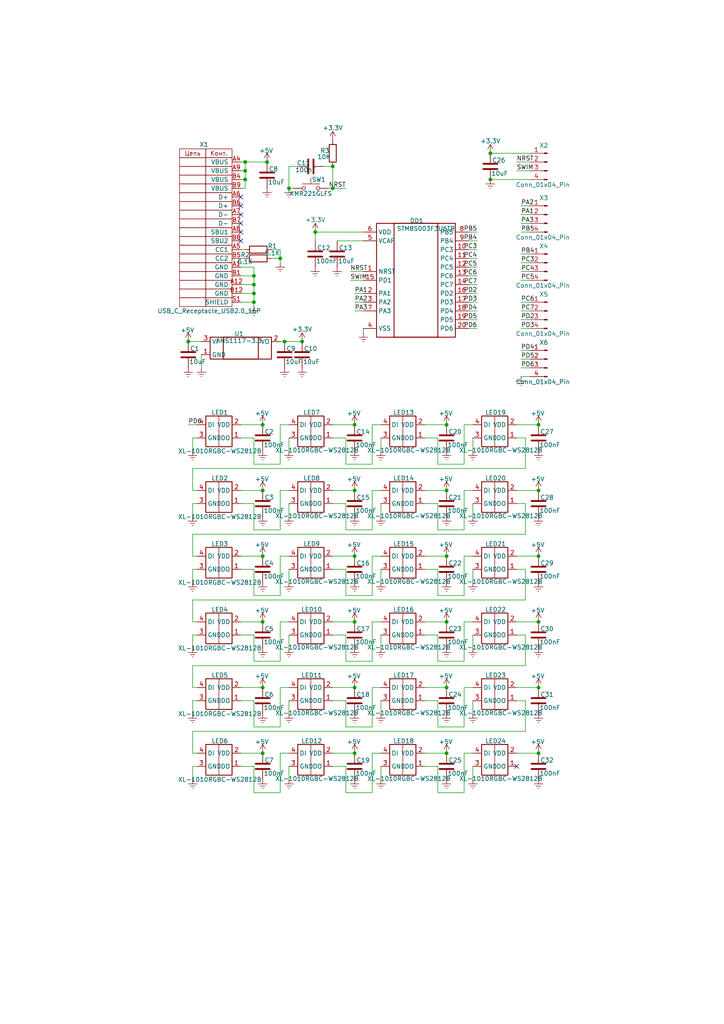
<source format=kicad_sch>
(kicad_sch (version 20250114) (generator "eeschema") (generator_version "9.0")
  (paper "A4" portrait)
  (junction (at 76.2 123.19))
  (junction (at 142.24 52.07))
  (junction (at 82.55 99.06))
  (junction (at 129.54 180.34))
  (junction (at 96.52 48.26))
  (junction (at 81.28 74.93))
  (junction (at 156.21 218.44))
  (junction (at 91.44 67.31))
  (junction (at 129.54 161.29))
  (junction (at 156.21 161.29))
  (junction (at 156.21 123.19))
  (junction (at 87.63 99.06))
  (junction (at 73.66 85.09))
  (junction (at 156.21 142.24))
  (junction (at 73.66 87.63))
  (junction (at 129.54 199.39))
  (junction (at 102.87 142.24))
  (junction (at 102.87 161.29))
  (junction (at 76.2 180.34))
  (junction (at 71.12 46.99))
  (junction (at 76.2 161.29))
  (junction (at 83.82 54.61))
  (junction (at 129.54 123.19))
  (junction (at 76.2 199.39))
  (junction (at 129.54 218.44))
  (junction (at 71.12 52.07))
  (junction (at 129.54 142.24))
  (junction (at 73.66 82.55))
  (junction (at 76.2 142.24))
  (junction (at 77.47 46.99))
  (junction (at 54.61 99.06))
  (junction (at 156.21 180.34))
  (junction (at 71.12 49.53))
  (junction (at 76.2 218.44))
  (junction (at 102.87 218.44))
  (junction (at 156.21 199.39))
  (junction (at 102.87 199.39))
  (junction (at 102.87 180.34))
  (junction (at 96.52 54.61))
  (junction (at 102.87 123.19))
  (junction (at 142.24 44.45))
  (junction (at 73.66 80.01))
  (no_connect (at 69.85 57.15))
  (no_connect (at 69.85 62.23))
  (no_connect (at 149.86 222.25))
  (no_connect (at 69.85 67.31))
  (no_connect (at 69.85 64.77))
  (no_connect (at 69.85 69.85))
  (no_connect (at 69.85 59.69))
  (wire (pts (xy 81.28 161.29) (xy 83.82 161.29)))
  (wire (pts (xy 55.88 226.06) (xy 55.88 222.25)))
  (wire (pts (xy 134.62 161.29) (xy 137.16 161.29)))
  (wire (pts (xy 134.62 210.82) (xy 134.62 199.39)))
  (wire (pts (xy 55.88 218.44) (xy 57.15 218.44)))
  (wire (pts (xy 107.95 153.67) (xy 107.95 142.24)))
  (wire (pts (xy 137.16 130.81) (xy 137.16 127)))
  (wire (pts (xy 123.19 184.15) (xy 127 184.15)))
  (wire (pts (xy 71.12 46.99) (xy 77.47 46.99)))
  (wire (pts (xy 138.43 77.47) (xy 135.89 77.47)))
  (wire (pts (xy 137.16 207.01) (xy 137.16 203.2)))
  (wire (pts (xy 69.85 165.1) (xy 73.66 165.1)))
  (wire (pts (xy 55.88 207.01) (xy 55.88 203.2)))
  (wire (pts (xy 96.52 146.05) (xy 100.33 146.05)))
  (wire (pts (xy 91.44 67.31) (xy 105.41 67.31)))
  (wire (pts (xy 149.86 180.34) (xy 156.21 180.34)))
  (wire (pts (xy 69.85 146.05) (xy 73.66 146.05)))
  (wire (pts (xy 55.88 154.94) (xy 55.88 161.29)))
  (wire (pts (xy 127 172.72) (xy 134.62 172.72)))
  (wire (pts (xy 134.62 134.62) (xy 134.62 123.19)))
  (wire (pts (xy 55.88 199.39) (xy 57.15 199.39)))
  (wire (pts (xy 55.88 187.96) (xy 55.88 184.15)))
  (wire (pts (xy 69.85 222.25) (xy 73.66 222.25)))
  (wire (pts (xy 55.88 142.24) (xy 57.15 142.24)))
  (wire (pts (xy 151.13 101.6) (xy 153.67 101.6)))
  (wire (pts (xy 138.43 82.55) (xy 135.89 82.55)))
  (wire (pts (xy 123.19 199.39) (xy 129.54 199.39)))
  (wire (pts (xy 55.88 180.34) (xy 57.15 180.34)))
  (wire (pts (xy 81.28 199.39) (xy 83.82 199.39)))
  (wire (pts (xy 100.33 229.87) (xy 107.95 229.87)))
  (wire (pts (xy 107.95 180.34) (xy 110.49 180.34)))
  (wire (pts (xy 83.82 54.61) (xy 85.09 54.61)))
  (wire (pts (xy 142.24 52.07) (xy 153.67 52.07)))
  (wire (pts (xy 81.28 76.2) (xy 81.28 74.93)))
  (wire (pts (xy 96.52 203.2) (xy 100.33 203.2)))
  (wire (pts (xy 127 184.15) (xy 127 191.77)))
  (wire (pts (xy 127 191.77) (xy 134.62 191.77)))
  (wire (pts (xy 100.33 203.2) (xy 100.33 210.82)))
  (wire (pts (xy 107.95 191.77) (xy 107.95 180.34)))
  (wire (pts (xy 107.95 134.62) (xy 107.95 123.19)))
  (wire (pts (xy 55.88 212.09) (xy 55.88 218.44)))
  (wire (pts (xy 137.16 187.96) (xy 137.16 184.15)))
  (wire (pts (xy 138.43 92.71) (xy 135.89 92.71)))
  (wire (pts (xy 151.13 90.17) (xy 153.67 90.17)))
  (wire (pts (xy 81.28 72.39) (xy 78.74 72.39)))
  (wire (pts (xy 73.66 85.09) (xy 73.66 87.63)))
  (wire (pts (xy 55.88 184.15) (xy 57.15 184.15)))
  (wire (pts (xy 81.28 142.24) (xy 83.82 142.24)))
  (wire (pts (xy 134.62 123.19) (xy 137.16 123.19)))
  (wire (pts (xy 127 127) (xy 127 134.62)))
  (wire (pts (xy 81.28 191.77) (xy 81.28 180.34)))
  (wire (pts (xy 151.13 73.66) (xy 153.67 73.66)))
  (wire (pts (xy 152.4 165.1) (xy 152.4 173.99)))
  (wire (pts (xy 73.66 172.72) (xy 81.28 172.72)))
  (wire (pts (xy 135.89 95.25) (xy 138.43 95.25)))
  (wire (pts (xy 151.13 62.23) (xy 153.67 62.23)))
  (wire (pts (xy 96.52 184.15) (xy 100.33 184.15)))
  (wire (pts (xy 138.43 69.85) (xy 135.89 69.85)))
  (wire (pts (xy 73.66 80.01) (xy 73.66 82.55)))
  (wire (pts (xy 153.67 106.68) (xy 151.13 106.68)))
  (wire (pts (xy 102.87 85.09) (xy 105.41 85.09)))
  (wire (pts (xy 151.13 76.2) (xy 153.67 76.2)))
  (wire (pts (xy 55.88 168.91) (xy 55.88 165.1)))
  (wire (pts (xy 96.52 123.19) (xy 102.87 123.19)))
  (wire (pts (xy 138.43 67.31) (xy 135.89 67.31)))
  (wire (pts (xy 91.44 67.31) (xy 91.44 69.85)))
  (wire (pts (xy 54.61 99.06) (xy 58.42 99.06)))
  (wire (pts (xy 110.49 168.91) (xy 110.49 165.1)))
  (wire (pts (xy 96.52 127) (xy 100.33 127)))
  (wire (pts (xy 134.62 180.34) (xy 137.16 180.34)))
  (wire (pts (xy 107.95 123.19) (xy 110.49 123.19)))
  (wire (pts (xy 69.85 49.53) (xy 71.12 49.53)))
  (wire (pts (xy 81.28 123.19) (xy 83.82 123.19)))
  (wire (pts (xy 96.52 54.61) (xy 95.25 54.61)))
  (wire (pts (xy 55.88 127) (xy 57.15 127)))
  (wire (pts (xy 151.13 64.77) (xy 153.67 64.77)))
  (wire (pts (xy 152.4 127) (xy 152.4 135.89)))
  (wire (pts (xy 149.86 218.44) (xy 156.21 218.44)))
  (wire (pts (xy 123.19 218.44) (xy 129.54 218.44)))
  (wire (pts (xy 152.4 146.05) (xy 152.4 154.94)))
  (wire (pts (xy 138.43 87.63) (xy 135.89 87.63)))
  (wire (pts (xy 123.19 165.1) (xy 127 165.1)))
  (wire (pts (xy 110.49 187.96) (xy 110.49 184.15)))
  (wire (pts (xy 73.66 146.05) (xy 73.66 153.67)))
  (wire (pts (xy 81.28 229.87) (xy 81.28 218.44)))
  (wire (pts (xy 82.55 99.06) (xy 87.63 99.06)))
  (wire (pts (xy 138.43 85.09) (xy 135.89 85.09)))
  (wire (pts (xy 134.62 172.72) (xy 134.62 161.29)))
  (wire (pts (xy 73.66 153.67) (xy 81.28 153.67)))
  (wire (pts (xy 137.16 149.86) (xy 137.16 146.05)))
  (wire (pts (xy 151.13 109.22) (xy 153.67 109.22)))
  (wire (pts (xy 127 203.2) (xy 127 210.82)))
  (wire (pts (xy 152.4 184.15) (xy 152.4 193.04)))
  (wire (pts (xy 100.33 54.61) (xy 96.52 54.61)))
  (wire (pts (xy 149.86 142.24) (xy 156.21 142.24)))
  (wire (pts (xy 127 165.1) (xy 127 172.72)))
  (wire (pts (xy 81.28 180.34) (xy 83.82 180.34)))
  (wire (pts (xy 83.82 187.96) (xy 83.82 184.15)))
  (wire (pts (xy 69.85 80.01) (xy 73.66 80.01)))
  (wire (pts (xy 83.82 207.01) (xy 83.82 203.2)))
  (wire (pts (xy 123.19 161.29) (xy 129.54 161.29)))
  (wire (pts (xy 149.86 161.29) (xy 156.21 161.29)))
  (wire (pts (xy 152.4 173.99) (xy 55.88 173.99)))
  (wire (pts (xy 123.19 142.24) (xy 129.54 142.24)))
  (wire (pts (xy 55.88 173.99) (xy 55.88 180.34)))
  (wire (pts (xy 152.4 135.89) (xy 55.88 135.89)))
  (wire (pts (xy 134.62 199.39) (xy 137.16 199.39)))
  (wire (pts (xy 69.85 82.55) (xy 73.66 82.55)))
  (wire (pts (xy 69.85 52.07) (xy 71.12 52.07)))
  (wire (pts (xy 100.33 191.77) (xy 107.95 191.77)))
  (wire (pts (xy 69.85 85.09) (xy 73.66 85.09)))
  (wire (pts (xy 69.85 87.63) (xy 73.66 87.63)))
  (wire (pts (xy 151.13 59.69) (xy 153.67 59.69)))
  (wire (pts (xy 97.79 69.85) (xy 105.41 69.85)))
  (wire (pts (xy 137.16 226.06) (xy 137.16 222.25)))
  (wire (pts (xy 123.19 123.19) (xy 129.54 123.19)))
  (wire (pts (xy 105.41 96.52) (xy 105.41 95.25)))
  (wire (pts (xy 96.52 180.34) (xy 102.87 180.34)))
  (wire (pts (xy 93.98 48.26) (xy 96.52 48.26)))
  (wire (pts (xy 110.49 207.01) (xy 110.49 203.2)))
  (wire (pts (xy 110.49 130.81) (xy 110.49 127)))
  (wire (pts (xy 138.43 90.17) (xy 135.89 90.17)))
  (wire (pts (xy 96.52 165.1) (xy 100.33 165.1)))
  (wire (pts (xy 102.87 87.63) (xy 105.41 87.63)))
  (wire (pts (xy 138.43 80.01) (xy 135.89 80.01)))
  (wire (pts (xy 110.49 149.86) (xy 110.49 146.05)))
  (wire (pts (xy 100.33 146.05) (xy 100.33 153.67)))
  (wire (pts (xy 123.19 146.05) (xy 127 146.05)))
  (wire (pts (xy 149.86 203.2) (xy 152.4 203.2)))
  (wire (pts (xy 73.66 87.63) (xy 73.66 88.9)))
  (wire (pts (xy 134.62 218.44) (xy 137.16 218.44)))
  (wire (pts (xy 55.88 203.2) (xy 57.15 203.2)))
  (wire (pts (xy 71.12 49.53) (xy 71.12 46.99)))
  (wire (pts (xy 100.33 165.1) (xy 100.33 172.72)))
  (wire (pts (xy 134.62 153.67) (xy 134.62 142.24)))
  (wire (pts (xy 142.24 44.45) (xy 153.67 44.45)))
  (wire (pts (xy 152.4 212.09) (xy 55.88 212.09)))
  (wire (pts (xy 151.13 87.63) (xy 153.67 87.63)))
  (wire (pts (xy 69.85 123.19) (xy 76.2 123.19)))
  (wire (pts (xy 100.33 153.67) (xy 107.95 153.67)))
  (wire (pts (xy 55.88 222.25) (xy 57.15 222.25)))
  (wire (pts (xy 69.85 203.2) (xy 73.66 203.2)))
  (wire (pts (xy 137.16 168.91) (xy 137.16 165.1)))
  (wire (pts (xy 127 153.67) (xy 134.62 153.67)))
  (wire (pts (xy 69.85 161.29) (xy 76.2 161.29)))
  (wire (pts (xy 69.85 180.34) (xy 76.2 180.34)))
  (wire (pts (xy 55.88 146.05) (xy 57.15 146.05)))
  (wire (pts (xy 83.82 226.06) (xy 83.82 222.25)))
  (wire (pts (xy 78.74 74.93) (xy 81.28 74.93)))
  (wire (pts (xy 58.42 102.87) (xy 58.42 106.68)))
  (wire (pts (xy 134.62 191.77) (xy 134.62 180.34)))
  (wire (pts (xy 107.95 172.72) (xy 107.95 161.29)))
  (wire (pts (xy 149.86 146.05) (xy 152.4 146.05)))
  (wire (pts (xy 100.33 210.82) (xy 107.95 210.82)))
  (wire (pts (xy 73.66 127) (xy 73.66 134.62)))
  (wire (pts (xy 73.66 203.2) (xy 73.66 210.82)))
  (wire (pts (xy 73.66 229.87) (xy 81.28 229.87)))
  (wire (pts (xy 69.85 54.61) (xy 71.12 54.61)))
  (wire (pts (xy 151.13 95.25) (xy 153.67 95.25)))
  (wire (pts (xy 55.88 149.86) (xy 55.88 146.05)))
  (wire (pts (xy 81.28 153.67) (xy 81.28 142.24)))
  (wire (pts (xy 100.33 222.25) (xy 100.33 229.87)))
  (wire (pts (xy 55.88 130.81) (xy 55.88 127)))
  (wire (pts (xy 127 146.05) (xy 127 153.67)))
  (wire (pts (xy 123.19 203.2) (xy 127 203.2)))
  (wire (pts (xy 101.6 81.28) (xy 105.41 81.28)))
  (wire (pts (xy 149.86 123.19) (xy 156.21 123.19)))
  (wire (pts (xy 96.52 199.39) (xy 102.87 199.39)))
  (wire (pts (xy 149.86 165.1) (xy 152.4 165.1)))
  (wire (pts (xy 100.33 184.15) (xy 100.33 191.77)))
  (wire (pts (xy 100.33 172.72) (xy 107.95 172.72)))
  (wire (pts (xy 69.85 46.99) (xy 71.12 46.99)))
  (wire (pts (xy 107.95 229.87) (xy 107.95 218.44)))
  (wire (pts (xy 83.82 149.86) (xy 83.82 146.05)))
  (wire (pts (xy 69.85 218.44) (xy 76.2 218.44)))
  (wire (pts (xy 127 222.25) (xy 127 229.87)))
  (wire (pts (xy 69.85 77.47) (xy 73.66 77.47)))
  (wire (pts (xy 96.52 218.44) (xy 102.87 218.44)))
  (wire (pts (xy 149.86 49.53) (xy 153.67 49.53)))
  (wire (pts (xy 57.15 123.19) (xy 54.61 123.19)))
  (wire (pts (xy 81.28 172.72) (xy 81.28 161.29)))
  (wire (pts (xy 102.87 90.17) (xy 105.41 90.17)))
  (wire (pts (xy 81.28 74.93) (xy 81.28 72.39)))
  (wire (pts (xy 123.19 127) (xy 127 127)))
  (wire (pts (xy 149.86 46.99) (xy 153.67 46.99)))
  (wire (pts (xy 127 229.87) (xy 134.62 229.87)))
  (wire (pts (xy 96.52 142.24) (xy 102.87 142.24)))
  (wire (pts (xy 134.62 229.87) (xy 134.62 218.44)))
  (wire (pts (xy 81.28 210.82) (xy 81.28 199.39)))
  (wire (pts (xy 83.82 168.91) (xy 83.82 165.1)))
  (wire (pts (xy 151.13 81.28) (xy 153.67 81.28)))
  (wire (pts (xy 151.13 78.74) (xy 153.67 78.74)))
  (wire (pts (xy 100.33 127) (xy 100.33 134.62)))
  (wire (pts (xy 107.95 210.82) (xy 107.95 199.39)))
  (wire (pts (xy 73.66 191.77) (xy 81.28 191.77)))
  (wire (pts (xy 123.19 180.34) (xy 129.54 180.34)))
  (wire (pts (xy 83.82 130.81) (xy 83.82 127)))
  (wire (pts (xy 81.28 218.44) (xy 83.82 218.44)))
  (wire (pts (xy 73.66 184.15) (xy 73.66 191.77)))
  (wire (pts (xy 149.86 127) (xy 152.4 127)))
  (wire (pts (xy 71.12 74.93) (xy 69.85 74.93)))
  (wire (pts (xy 55.88 161.29) (xy 57.15 161.29)))
  (wire (pts (xy 55.88 193.04) (xy 55.88 199.39)))
  (wire (pts (xy 127 210.82) (xy 134.62 210.82)))
  (wire (pts (xy 96.52 48.26) (xy 96.52 54.61)))
  (wire (pts (xy 152.4 154.94) (xy 55.88 154.94)))
  (wire (pts (xy 96.52 222.25) (xy 100.33 222.25)))
  (wire (pts (xy 149.86 199.39) (xy 156.21 199.39)))
  (wire (pts (xy 69.85 142.24) (xy 76.2 142.24)))
  (wire (pts (xy 123.19 222.25) (xy 127 222.25)))
  (wire (pts (xy 149.86 184.15) (xy 152.4 184.15)))
  (wire (pts (xy 151.13 67.31) (xy 153.67 67.31)))
  (wire (pts (xy 151.13 92.71) (xy 153.67 92.71)))
  (wire (pts (xy 110.49 226.06) (xy 110.49 222.25)))
  (wire (pts (xy 107.95 218.44) (xy 110.49 218.44)))
  (wire (pts (xy 107.95 142.24) (xy 110.49 142.24)))
  (wire (pts (xy 107.95 199.39) (xy 110.49 199.39)))
  (wire (pts (xy 71.12 54.61) (xy 71.12 52.07)))
  (wire (pts (xy 138.43 74.93) (xy 135.89 74.93)))
  (wire (pts (xy 152.4 193.04) (xy 55.88 193.04)))
  (wire (pts (xy 55.88 135.89) (xy 55.88 142.24)))
  (wire (pts (xy 152.4 203.2) (xy 152.4 212.09)))
  (wire (pts (xy 151.13 104.14) (xy 153.67 104.14)))
  (wire (pts (xy 101.6 78.74) (xy 105.41 78.74)))
  (wire (pts (xy 138.43 72.39) (xy 135.89 72.39)))
  (wire (pts (xy 69.85 184.15) (xy 73.66 184.15)))
  (wire (pts (xy 73.66 165.1) (xy 73.66 172.72)))
  (wire (pts (xy 82.55 99.06) (xy 81.28 99.06)))
  (wire (pts (xy 69.85 127) (xy 73.66 127)))
  (wire (pts (xy 83.82 48.26) (xy 83.82 54.61)))
  (wire (pts (xy 73.66 82.55) (xy 73.66 85.09)))
  (wire (pts (xy 73.66 134.62) (xy 81.28 134.62)))
  (wire (pts (xy 100.33 134.62) (xy 107.95 134.62)))
  (wire (pts (xy 86.36 48.26) (xy 83.82 48.26)))
  (wire (pts (xy 71.12 72.39) (xy 69.85 72.39)))
  (wire (pts (xy 73.66 222.25) (xy 73.66 229.87)))
  (wire (pts (xy 73.66 77.47) (xy 73.66 80.01)))
  (wire (pts (xy 127 134.62) (xy 134.62 134.62)))
  (wire (pts (xy 107.95 161.29) (xy 110.49 161.29)))
  (wire (pts (xy 55.88 165.1) (xy 57.15 165.1)))
  (wire (pts (xy 73.66 210.82) (xy 81.28 210.82)))
  (wire (pts (xy 69.85 199.39) (xy 76.2 199.39)))
  (wire (pts (xy 134.62 142.24) (xy 137.16 142.24)))
  (wire (pts (xy 81.28 134.62) (xy 81.28 123.19)))
  (wire (pts (xy 71.12 52.07) (xy 71.12 49.53)))
  (wire (pts (xy 96.52 161.29) (xy 102.87 161.29)))
  (label "NRST" (at 149.86 46.99 0))
  (label "SWIM" (at 149.86 49.53 0))
  (label "PD3" (at 151.13 95.25 0))
  (label "PС5" (at 138.43 77.47 180))
  (label "PD2" (at 138.43 85.09 180))
  (label "PС3" (at 151.13 76.2 0))
  (label "PС4" (at 151.13 78.74 0))
  (label "PС5" (at 151.13 81.28 0))
  (label "PD5" (at 151.13 104.14 0))
  (label "PD6" (at 151.13 106.68 0))
  (label "PA3" (at 102.87 90.17 0))
  (label "PD5" (at 138.43 92.71 180))
  (label "PD4" (at 151.13 101.6 0))
  (label "PB4" (at 151.13 73.66 0))
  (label "NRST" (at 100.33 54.61 180))
  (label "PС6" (at 138.43 80.01 180))
  (label "PС6" (at 151.13 87.63 0))
  (label "PС4" (at 138.43 74.93 180))
  (label "PС3" (at 138.43 72.39 180))
  (label "PA1" (at 151.13 62.23 0))
  (label "PD3" (at 138.43 87.63 180))
  (label "PB5" (at 138.43 67.31 180))
  (label "PD6" (at 54.61 123.19 0))
  (label "PD6" (at 138.43 95.25 180))
  (label "PA2" (at 151.13 59.69 0))
  (label "PD4" (at 138.43 90.17 180))
  (label "PС7" (at 151.13 90.17 0))
  (label "PA3" (at 151.13 64.77 0))
  (label "PB5" (at 151.13 67.31 0))
  (label "NRST" (at 101.6 78.74 0))
  (label "SWIM" (at 101.6 81.28 0))
  (label "PA1" (at 102.87 85.09 0))
  (label "PB4" (at 138.43 69.85 180))
  (label "PС7" (at 138.43 82.55 180))
  (label "PD2" (at 151.13 92.71 0))
  (label "PA2" (at 102.87 87.63 0))
  (symbol (lib_id "power:Earth") (at 129.54 168.91 0) (unit 1)
    (property "Reference" "#PWR064" (effects (hide yes)))
    (property "Value" "Earth" (effects (hide yes)))
    (property "Description" "Power symbol creates a global label with name \"Earth\"" (effects (hide yes)))
  )
  (symbol (lib_id "power:+3.3V") (at 87.63 99.06 0) (unit 1)
    (property "Reference" "#PWR034" (effects (hide yes)))
    (property "Value" "+3.3V" (at 87.63 95.504 0))
    (property "Description" "Power symbol creates a global label with name \"+3.3V\"" (effects (hide yes)))
  )
  (symbol (lib_id "Device:C") (at 97.79 73.66 0) (unit 1)
    (property "Reference" "C13" (at 98.298 71.882 0) (effects (justify left)))
    (property "Value" "10uF" (at 98.044 75.692 0) (effects (justify left)))
    (property "Footprint" "Capacitor_SMD:C_0402_1005Metric" (effects (hide yes)))
    (property "Description" "Unpolarized capacitor" (effects (hide yes)))
  )
  (symbol (lib_id "power:Earth") (at 83.82 130.81 0) (unit 1)
    (property "Reference" "#PWR028" (effects (hide yes)))
    (property "Value" "Earth" (effects (hide yes)))
    (property "Description" "Power symbol creates a global label with name \"Earth\"" (effects (hide yes)))
  )
  (symbol (lib_id "XL-1010RGBC-WS2812B:XL-1010RGBC-WS2812B") (at 107.95 123.19 0) (unit 1)
    (property "Reference" "LED13" (at 117.094 119.634 0))
    (property "Value" "XL-1010RGBC-WS2812B" (at 118.618 130.556 0))
    (property "Footprint" "XL-1010RGBC-WS2812B:XL1010RGBCWS2812B" (effects (hide yes)))
    (property "Datasheet" "https://datasheet.lcsc.com/lcsc/2301111010_XINGLIGHT-XL-1010RGBC-WS2812B_C5349953.pdf" (effects (hide yes)))
    (property "Description" "1010 Light Emitting Diodes (LED) ROHS" (effects (hide yes)))
    (property "Height" "0.8" (effects (hide yes)))
    (property "Manufacturer_Name" "XINGLIGHT" (effects (hide yes)))
    (property "Manufacturer_Part_Number" "XL-1010RGBC-WS2812B" (effects (hide yes)))
  )
  (symbol (lib_id "Device:C") (at 82.55 102.87 0) (unit 1)
    (property "Reference" "C9" (at 83.058 101.092 0) (effects (justify left)))
    (property "Value" "10uF" (at 82.804 104.902 0) (effects (justify left)))
    (property "Footprint" "Capacitor_SMD:C_0402_1005Metric" (effects (hide yes)))
    (property "Description" "Unpolarized capacitor" (effects (hide yes)))
  )
  (symbol (lib_id "power:+3.3V") (at 76.2 199.39 0) (unit 1)
    (property "Reference" "#PWR019" (effects (hide yes)))
    (property "Value" "+5V" (at 75.946 196.088 0))
    (property "Description" "Power symbol creates a global label with name \"+3.3V\"" (effects (hide yes)))
  )
  (symbol (lib_id "power:+3.3V") (at 102.87 161.29 0) (unit 1)
    (property "Reference" "#PWR044" (effects (hide yes)))
    (property "Value" "+5V" (at 102.616 157.988 0))
    (property "Description" "Power symbol creates a global label with name \"+3.3V\"" (effects (hide yes)))
  )
  (symbol (lib_id "Device:C") (at 129.54 222.25 0) (unit 1)
    (property "Reference" "C25" (at 130.048 220.472 0) (effects (justify left)))
    (property "Value" "100nF" (at 129.794 224.282 0) (effects (justify left)))
    (property "Footprint" "Capacitor_SMD:C_0402_1005Metric" (effects (hide yes)))
    (property "Description" "Unpolarized capacitor" (effects (hide yes)))
  )
  (symbol (lib_id "Switch:SW_Push") (at 90.17 54.61 0) (unit 1)
    (property "Reference" "SW1" (at 92.456 52.07 0))
    (property "Value" "KMR221GLFS" (at 90.17 56.134 0))
    (property "Footprint" "Button_Switch_SMD:SW_SPST_PTS810" (effects (hide yes)))
    (property "Description" "Push button switch, generic, two pins" (effects (hide yes)))
  )
  (symbol (lib_id "XL-1010RGBC-WS2812B:XL-1010RGBC-WS2812B") (at 107.95 218.44 0) (unit 1)
    (property "Reference" "LED18" (at 117.094 214.884 0))
    (property "Value" "XL-1010RGBC-WS2812B" (at 118.618 225.806 0))
    (property "Footprint" "XL-1010RGBC-WS2812B:XL1010RGBCWS2812B" (effects (hide yes)))
    (property "Datasheet" "https://datasheet.lcsc.com/lcsc/2301111010_XINGLIGHT-XL-1010RGBC-WS2812B_C5349953.pdf" (effects (hide yes)))
    (property "Description" "1010 Light Emitting Diodes (LED) ROHS" (effects (hide yes)))
    (property "Height" "0.8" (effects (hide yes)))
    (property "Manufacturer_Name" "XINGLIGHT" (effects (hide yes)))
    (property "Manufacturer_Part_Number" "XL-1010RGBC-WS2812B" (effects (hide yes)))
  )
  (symbol (lib_id "power:Earth") (at 55.88 130.81 0) (unit 1)
    (property "Reference" "#PWR03" (effects (hide yes)))
    (property "Value" "Earth" (effects (hide yes)))
    (property "Description" "Power symbol creates a global label with name \"Earth\"" (effects (hide yes)))
  )
  (symbol (lib_id "power:Earth") (at 83.82 187.96 0) (unit 1)
    (property "Reference" "#PWR031" (effects (hide yes)))
    (property "Value" "Earth" (effects (hide yes)))
    (property "Description" "Power symbol creates a global label with name \"Earth\"" (effects (hide yes)))
  )
  (symbol (lib_id "power:Earth") (at 76.2 149.86 0) (unit 1)
    (property "Reference" "#PWR014" (effects (hide yes)))
    (property "Value" "Earth" (effects (hide yes)))
    (property "Description" "Power symbol creates a global label with name \"Earth\"" (effects (hide yes)))
  )
  (symbol (lib_id "power:Earth") (at 129.54 130.81 0) (unit 1)
    (property "Reference" "#PWR060" (effects (hide yes)))
    (property "Value" "Earth" (effects (hide yes)))
    (property "Description" "Power symbol creates a global label with name \"Earth\"" (effects (hide yes)))
  )
  (symbol (lib_id "power:+3.3V") (at 76.2 180.34 0) (unit 1)
    (property "Reference" "#PWR017" (effects (hide yes)))
    (property "Value" "+5V" (at 75.946 177.038 0))
    (property "Description" "Power symbol creates a global label with name \"+3.3V\"" (effects (hide yes)))
  )
  (symbol (lib_id "power:+3.3V") (at 54.61 99.06 0) (unit 1)
    (property "Reference" "#PWR01" (effects (hide yes)))
    (property "Value" "+5V" (at 54.356 95.758 0))
    (property "Description" "Power symbol creates a global label with name \"+3.3V\"" (effects (hide yes)))
  )
  (symbol (lib_id "power:Earth") (at 55.88 168.91 0) (unit 1)
    (property "Reference" "#PWR05" (effects (hide yes)))
    (property "Value" "Earth" (effects (hide yes)))
    (property "Description" "Power symbol creates a global label with name \"Earth\"" (effects (hide yes)))
  )
  (symbol (lib_id "power:+3.3V") (at 102.87 142.24 0) (unit 1)
    (property "Reference" "#PWR042" (effects (hide yes)))
    (property "Value" "+5V" (at 102.616 138.938 0))
    (property "Description" "Power symbol creates a global label with name \"+3.3V\"" (effects (hide yes)))
  )
  (symbol (lib_id "Connector:Conn_01x04_Pin") (at 158.75 62.23 0) (mirror y) (unit 1)
    (property "Reference" "X3" (at 157.734 57.404 0))
    (property "Value" "Conn_01x04_Pin" (at 157.48 68.834 0))
    (property "Footprint" "Connector_PinHeader_2.54mm:PinHeader_1x04_P2.54mm_Vertical" (effects (hide yes)))
    (property "Description" "Generic connector, single row, 01x04, script generated" (effects (hide yes)))
  )
  (symbol (lib_id "power:Earth") (at 110.49 187.96 0) (unit 1)
    (property "Reference" "#PWR056" (effects (hide yes)))
    (property "Value" "Earth" (effects (hide yes)))
    (property "Description" "Power symbol creates a global label with name \"Earth\"" (effects (hide yes)))
  )
  (symbol (lib_id "Device:C") (at 76.2 203.2 0) (unit 1)
    (property "Reference" "C6" (at 76.708 201.422 0) (effects (justify left)))
    (property "Value" "100nF" (at 76.454 205.232 0) (effects (justify left)))
    (property "Footprint" "Capacitor_SMD:C_0402_1005Metric" (effects (hide yes)))
    (property "Description" "Unpolarized capacitor" (effects (hide yes)))
  )
  (symbol (lib_id "power:+3.3V") (at 142.24 44.45 0) (unit 1)
    (property "Reference" "#PWR077" (effects (hide yes)))
    (property "Value" "+3.3V" (at 142.24 40.894 0))
    (property "Description" "Power symbol creates a global label with name \"+3.3V\"" (effects (hide yes)))
  )
  (symbol (lib_id "XL-1010RGBC-WS2812B:XL-1010RGBC-WS2812B") (at 81.28 161.29 0) (unit 1)
    (property "Reference" "LED9" (at 90.424 157.734 0))
    (property "Value" "XL-1010RGBC-WS2812B" (at 91.948 168.656 0))
    (property "Footprint" "XL-1010RGBC-WS2812B:XL1010RGBCWS2812B" (effects (hide yes)))
    (property "Datasheet" "https://datasheet.lcsc.com/lcsc/2301111010_XINGLIGHT-XL-1010RGBC-WS2812B_C5349953.pdf" (effects (hide yes)))
    (property "Description" "1010 Light Emitting Diodes (LED) ROHS" (effects (hide yes)))
    (property "Height" "0.8" (effects (hide yes)))
    (property "Manufacturer_Name" "XINGLIGHT" (effects (hide yes)))
    (property "Manufacturer_Part_Number" "XL-1010RGBC-WS2812B" (effects (hide yes)))
  )
  (symbol (lib_id "XL-1010RGBC-WS2812B:XL-1010RGBC-WS2812B") (at 54.61 161.29 0) (unit 1)
    (property "Reference" "LED3" (at 63.754 157.734 0))
    (property "Value" "XL-1010RGBC-WS2812B" (at 63.754 168.91 0))
    (property "Footprint" "XL-1010RGBC-WS2812B:XL1010RGBCWS2812B" (effects (hide yes)))
    (property "Datasheet" "https://datasheet.lcsc.com/lcsc/2301111010_XINGLIGHT-XL-1010RGBC-WS2812B_C5349953.pdf" (effects (hide yes)))
    (property "Description" "1010 Light Emitting Diodes (LED) ROHS" (effects (hide yes)))
    (property "Height" "0.8" (effects (hide yes)))
    (property "Manufacturer_Name" "XINGLIGHT" (effects (hide yes)))
    (property "Manufacturer_Part_Number" "XL-1010RGBC-WS2812B" (effects (hide yes)))
  )
  (symbol (lib_id "power:+3.3V") (at 129.54 123.19 0) (unit 1)
    (property "Reference" "#PWR059" (effects (hide yes)))
    (property "Value" "+5V" (at 129.286 119.888 0))
    (property "Description" "Power symbol creates a global label with name \"+3.3V\"" (effects (hide yes)))
  )
  (symbol (lib_id "power:Earth") (at 137.16 187.96 0) (unit 1)
    (property "Reference" "#PWR074" (effects (hide yes)))
    (property "Value" "Earth" (effects (hide yes)))
    (property "Description" "Power symbol creates a global label with name \"Earth\"" (effects (hide yes)))
  )
  (symbol (lib_id "MCU_ST_STM8:STM8S003F3U") (at 120.65 86.36 0) (unit 1)
    (property "Reference" "DD1" (at 118.872 64.008 0) (effects (justify left)))
    (property "Value" "STM8S003F3U6TR" (at 115.062 66.294 0) (effects (justify left)))
    (property "Footprint" "Package_DFN_QFN:ST_UFQFPN-20_3x3mm_P0.5mm" (effects (hide yes)))
    (property "Datasheet" "http://www.st.com/st-web-ui/static/active/en/resource/technical/document/datasheet/DM00024550.pdf" (effects (hide yes)))
    (property "Description" "16MHz, 8K Flash, 1K RAM, 128 EEPROM, USART, I²C, SPI, UFQFPN-20" (effects (hide yes)))
  )
  (symbol (lib_id "Device:C") (at 156.21 127 0) (unit 1)
    (property "Reference" "C27" (at 156.718 125.222 0) (effects (justify left)))
    (property "Value" "100nF" (at 156.464 129.032 0) (effects (justify left)))
    (property "Footprint" "Capacitor_SMD:C_0402_1005Metric" (effects (hide yes)))
    (property "Description" "Unpolarized capacitor" (effects (hide yes)))
  )
  (symbol (lib_id "Device:C") (at 76.2 127 0) (unit 1)
    (property "Reference" "C2" (at 76.708 125.222 0) (effects (justify left)))
    (property "Value" "100nF" (at 76.454 129.032 0) (effects (justify left)))
    (property "Footprint" "Capacitor_SMD:C_0402_1005Metric" (effects (hide yes)))
    (property "Description" "Unpolarized capacitor" (effects (hide yes)))
  )
  (symbol (lib_id "Device:C") (at 129.54 165.1 0) (unit 1)
    (property "Reference" "C22" (at 130.048 163.322 0) (effects (justify left)))
    (property "Value" "100nF" (at 129.794 167.132 0) (effects (justify left)))
    (property "Footprint" "Capacitor_SMD:C_0402_1005Metric" (effects (hide yes)))
    (property "Description" "Unpolarized capacitor" (effects (hide yes)))
  )
  (symbol (lib_id "Connector:Conn_01x04_Pin") (at 158.75 104.14 0) (mirror y) (unit 1)
    (property "Reference" "X6" (at 157.734 99.314 0))
    (property "Value" "Conn_01x04_Pin" (at 157.48 110.744 0))
    (property "Footprint" "Connector_PinHeader_2.54mm:PinHeader_1x04_P2.54mm_Vertical" (effects (hide yes)))
    (property "Description" "Generic connector, single row, 01x04, script generated" (effects (hide yes)))
  )
  (symbol (lib_id "power:Earth") (at 137.16 226.06 0) (unit 1)
    (property "Reference" "#PWR076" (effects (hide yes)))
    (property "Value" "Earth" (effects (hide yes)))
    (property "Description" "Power symbol creates a global label with name \"Earth\"" (effects (hide yes)))
  )
  (symbol (lib_id "Device:C") (at 129.54 146.05 0) (unit 1)
    (property "Reference" "C21" (at 130.048 144.272 0) (effects (justify left)))
    (property "Value" "100nF" (at 129.794 148.082 0) (effects (justify left)))
    (property "Footprint" "Capacitor_SMD:C_0402_1005Metric" (effects (hide yes)))
    (property "Description" "Unpolarized capacitor" (effects (hide yes)))
  )
  (symbol (lib_id "power:Earth") (at 83.82 149.86 0) (unit 1)
    (property "Reference" "#PWR029" (effects (hide yes)))
    (property "Value" "Earth" (effects (hide yes)))
    (property "Description" "Power symbol creates a global label with name \"Earth\"" (effects (hide yes)))
  )
  (symbol (lib_id "Device:C") (at 129.54 184.15 0) (unit 1)
    (property "Reference" "C23" (at 130.048 182.372 0) (effects (justify left)))
    (property "Value" "100nF" (at 129.794 186.182 0) (effects (justify left)))
    (property "Footprint" "Capacitor_SMD:C_0402_1005Metric" (effects (hide yes)))
    (property "Description" "Unpolarized capacitor" (effects (hide yes)))
  )
  (symbol (lib_id "Device:C") (at 156.21 146.05 0) (unit 1)
    (property "Reference" "C28" (at 156.718 144.272 0) (effects (justify left)))
    (property "Value" "100nF" (at 156.464 148.082 0) (effects (justify left)))
    (property "Footprint" "Capacitor_SMD:C_0402_1005Metric" (effects (hide yes)))
    (property "Description" "Unpolarized capacitor" (effects (hide yes)))
  )
  (symbol (lib_id "power:Earth") (at 76.2 168.91 0) (unit 1)
    (property "Reference" "#PWR016" (effects (hide yes)))
    (property "Value" "Earth" (effects (hide yes)))
    (property "Description" "Power symbol creates a global label with name \"Earth\"" (effects (hide yes)))
  )
  (symbol (lib_id "power:+3.3V") (at 129.54 142.24 0) (unit 1)
    (property "Reference" "#PWR061" (effects (hide yes)))
    (property "Value" "+5V" (at 129.286 138.938 0))
    (property "Description" "Power symbol creates a global label with name \"+3.3V\"" (effects (hide yes)))
  )
  (symbol (lib_id "Device:C") (at 91.44 73.66 0) (unit 1)
    (property "Reference" "C12" (at 91.948 71.882 0) (effects (justify left)))
    (property "Value" "100nF" (at 91.694 75.692 0) (effects (justify left)))
    (property "Footprint" "Capacitor_SMD:C_0402_1005Metric" (effects (hide yes)))
    (property "Description" "Unpolarized capacitor" (effects (hide yes)))
  )
  (symbol (lib_id "power:Earth") (at 102.87 149.86 0) (unit 1)
    (property "Reference" "#PWR043" (effects (hide yes)))
    (property "Value" "Earth" (effects (hide yes)))
    (property "Description" "Power symbol creates a global label with name \"Earth\"" (effects (hide yes)))
  )
  (symbol (lib_id "Device:C") (at 102.87 146.05 0) (unit 1)
    (property "Reference" "C15" (at 103.378 144.272 0) (effects (justify left)))
    (property "Value" "100nF" (at 103.124 148.082 0) (effects (justify left)))
    (property "Footprint" "Capacitor_SMD:C_0402_1005Metric" (effects (hide yes)))
    (property "Description" "Unpolarized capacitor" (effects (hide yes)))
  )
  (symbol (lib_id "power:Earth") (at 110.49 226.06 0) (unit 1)
    (property "Reference" "#PWR058" (effects (hide yes)))
    (property "Value" "Earth" (effects (hide yes)))
    (property "Description" "Power symbol creates a global label with name \"Earth\"" (effects (hide yes)))
  )
  (symbol (lib_id "XL-1010RGBC-WS2812B:XL-1010RGBC-WS2812B") (at 107.95 180.34 0) (unit 1)
    (property "Reference" "LED16" (at 117.094 176.784 0))
    (property "Value" "XL-1010RGBC-WS2812B" (at 118.618 187.706 0))
    (property "Footprint" "XL-1010RGBC-WS2812B:XL1010RGBCWS2812B" (effects (hide yes)))
    (property "Datasheet" "https://datasheet.lcsc.com/lcsc/2301111010_XINGLIGHT-XL-1010RGBC-WS2812B_C5349953.pdf" (effects (hide yes)))
    (property "Description" "1010 Light Emitting Diodes (LED) ROHS" (effects (hide yes)))
    (property "Height" "0.8" (effects (hide yes)))
    (property "Manufacturer_Name" "XINGLIGHT" (effects (hide yes)))
    (property "Manufacturer_Part_Number" "XL-1010RGBC-WS2812B" (effects (hide yes)))
  )
  (symbol (lib_id "Device:C") (at 54.61 102.87 0) (unit 1)
    (property "Reference" "C1" (at 55.118 101.092 0) (effects (justify left)))
    (property "Value" "10uF" (at 54.864 104.902 0) (effects (justify left)))
    (property "Footprint" "Capacitor_SMD:C_0402_1005Metric" (effects (hide yes)))
    (property "Description" "Unpolarized capacitor" (effects (hide yes)))
  )
  (symbol (lib_id "power:+3.3V") (at 102.87 180.34 0) (unit 1)
    (property "Reference" "#PWR046" (effects (hide yes)))
    (property "Value" "+5V" (at 102.616 177.038 0))
    (property "Description" "Power symbol creates a global label with name \"+3.3V\"" (effects (hide yes)))
  )
  (symbol (lib_id "Device:C") (at 156.21 203.2 0) (unit 1)
    (property "Reference" "C31" (at 156.718 201.422 0) (effects (justify left)))
    (property "Value" "100nF" (at 156.464 205.232 0) (effects (justify left)))
    (property "Footprint" "Capacitor_SMD:C_0402_1005Metric" (effects (hide yes)))
    (property "Description" "Unpolarized capacitor" (effects (hide yes)))
  )
  (symbol (lib_id "power:Earth") (at 102.87 130.81 0) (unit 1)
    (property "Reference" "#PWR041" (effects (hide yes)))
    (property "Value" "Earth" (effects (hide yes)))
    (property "Description" "Power symbol creates a global label with name \"Earth\"" (effects (hide yes)))
  )
  (symbol (lib_id "power:Earth") (at 156.21 187.96 0) (unit 1)
    (property "Reference" "#PWR087" (effects (hide yes)))
    (property "Value" "Earth" (effects (hide yes)))
    (property "Description" "Power symbol creates a global label with name \"Earth\"" (effects (hide yes)))
  )
  (symbol (lib_id "power:Earth") (at 110.49 130.81 0) (unit 1)
    (property "Reference" "#PWR053" (effects (hide yes)))
    (property "Value" "Earth" (effects (hide yes)))
    (property "Description" "Power symbol creates a global label with name \"Earth\"" (effects (hide yes)))
  )
  (symbol (lib_id "XL-1010RGBC-WS2812B:XL-1010RGBC-WS2812B") (at 134.62 218.44 0) (unit 1)
    (property "Reference" "LED24" (at 143.764 214.884 0))
    (property "Value" "XL-1010RGBC-WS2812B" (at 145.288 225.806 0))
    (property "Footprint" "XL-1010RGBC-WS2812B:XL1010RGBCWS2812B" (effects (hide yes)))
    (property "Datasheet" "https://datasheet.lcsc.com/lcsc/2301111010_XINGLIGHT-XL-1010RGBC-WS2812B_C5349953.pdf" (effects (hide yes)))
    (property "Description" "1010 Light Emitting Diodes (LED) ROHS" (effects (hide yes)))
    (property "Height" "0.8" (effects (hide yes)))
    (property "Manufacturer_Name" "XINGLIGHT" (effects (hide yes)))
    (property "Manufacturer_Part_Number" "XL-1010RGBC-WS2812B" (effects (hide yes)))
  )
  (symbol (lib_id "XL-1010RGBC-WS2812B:XL-1010RGBC-WS2812B") (at 134.62 123.19 0) (unit 1)
    (property "Reference" "LED19" (at 143.764 119.634 0))
    (property "Value" "XL-1010RGBC-WS2812B" (at 145.288 130.556 0))
    (property "Footprint" "XL-1010RGBC-WS2812B:XL1010RGBCWS2812B" (effects (hide yes)))
    (property "Datasheet" "https://datasheet.lcsc.com/lcsc/2301111010_XINGLIGHT-XL-1010RGBC-WS2812B_C5349953.pdf" (effects (hide yes)))
    (property "Description" "1010 Light Emitting Diodes (LED) ROHS" (effects (hide yes)))
    (property "Height" "0.8" (effects (hide yes)))
    (property "Manufacturer_Name" "XINGLIGHT" (effects (hide yes)))
    (property "Manufacturer_Part_Number" "XL-1010RGBC-WS2812B" (effects (hide yes)))
  )
  (symbol (lib_id "Device:C") (at 156.21 184.15 0) (unit 1)
    (property "Reference" "C30" (at 156.718 182.372 0) (effects (justify left)))
    (property "Value" "100nF" (at 156.464 186.182 0) (effects (justify left)))
    (property "Footprint" "Capacitor_SMD:C_0402_1005Metric" (effects (hide yes)))
    (property "Description" "Unpolarized capacitor" (effects (hide yes)))
  )
  (symbol (lib_id "Device:C") (at 129.54 203.2 0) (unit 1)
    (property "Reference" "C24" (at 130.048 201.422 0) (effects (justify left)))
    (property "Value" "100nF" (at 129.794 205.232 0) (effects (justify left)))
    (property "Footprint" "Capacitor_SMD:C_0402_1005Metric" (effects (hide yes)))
    (property "Description" "Unpolarized capacitor" (effects (hide yes)))
  )
  (symbol (lib_id "power:+3.3V") (at 156.21 199.39 0) (unit 1)
    (property "Reference" "#PWR088" (effects (hide yes)))
    (property "Value" "+5V" (at 155.956 196.088 0))
    (property "Description" "Power symbol creates a global label with name \"+3.3V\"" (effects (hide yes)))
  )
  (symbol (lib_id "XL-1010RGBC-WS2812B:XL-1010RGBC-WS2812B") (at 134.62 142.24 0) (unit 1)
    (property "Reference" "LED20" (at 143.764 138.684 0))
    (property "Value" "XL-1010RGBC-WS2812B" (at 145.288 149.606 0))
    (property "Footprint" "XL-1010RGBC-WS2812B:XL1010RGBCWS2812B" (effects (hide yes)))
    (property "Datasheet" "https://datasheet.lcsc.com/lcsc/2301111010_XINGLIGHT-XL-1010RGBC-WS2812B_C5349953.pdf" (effects (hide yes)))
    (property "Description" "1010 Light Emitting Diodes (LED) ROHS" (effects (hide yes)))
    (property "Height" "0.8" (effects (hide yes)))
    (property "Manufacturer_Name" "XINGLIGHT" (effects (hide yes)))
    (property "Manufacturer_Part_Number" "XL-1010RGBC-WS2812B" (effects (hide yes)))
  )
  (symbol (lib_id "power:Earth") (at 54.61 106.68 0) (unit 1)
    (property "Reference" "#PWR02" (effects (hide yes)))
    (property "Value" "Earth" (effects (hide yes)))
    (property "Description" "Power symbol creates a global label with name \"Earth\"" (effects (hide yes)))
  )
  (symbol (lib_id "power:Earth") (at 110.49 168.91 0) (unit 1)
    (property "Reference" "#PWR055" (effects (hide yes)))
    (property "Value" "Earth" (effects (hide yes)))
    (property "Description" "Power symbol creates a global label with name \"Earth\"" (effects (hide yes)))
  )
  (symbol (lib_id "Device:C") (at 129.54 127 0) (unit 1)
    (property "Reference" "C20" (at 130.048 125.222 0) (effects (justify left)))
    (property "Value" "100nF" (at 129.794 129.032 0) (effects (justify left)))
    (property "Footprint" "Capacitor_SMD:C_0402_1005Metric" (effects (hide yes)))
    (property "Description" "Unpolarized capacitor" (effects (hide yes)))
  )
  (symbol (lib_id "XL-1010RGBC-WS2812B:XL-1010RGBC-WS2812B") (at 134.62 161.29 0) (unit 1)
    (property "Reference" "LED21" (at 143.764 157.734 0))
    (property "Value" "XL-1010RGBC-WS2812B" (at 145.288 168.656 0))
    (property "Footprint" "XL-1010RGBC-WS2812B:XL1010RGBCWS2812B" (effects (hide yes)))
    (property "Datasheet" "https://datasheet.lcsc.com/lcsc/2301111010_XINGLIGHT-XL-1010RGBC-WS2812B_C5349953.pdf" (effects (hide yes)))
    (property "Description" "1010 Light Emitting Diodes (LED) ROHS" (effects (hide yes)))
    (property "Height" "0.8" (effects (hide yes)))
    (property "Manufacturer_Name" "XINGLIGHT" (effects (hide yes)))
    (property "Manufacturer_Part_Number" "XL-1010RGBC-WS2812B" (effects (hide yes)))
  )
  (symbol (lib_id "power:+3.3V") (at 129.54 218.44 0) (unit 1)
    (property "Reference" "#PWR069" (effects (hide yes)))
    (property "Value" "+5V" (at 129.286 215.138 0))
    (property "Description" "Power symbol creates a global label with name \"+3.3V\"" (effects (hide yes)))
  )
  (symbol (lib_id "power:+3.3V") (at 102.87 123.19 0) (unit 1)
    (property "Reference" "#PWR040" (effects (hide yes)))
    (property "Value" "+5V" (at 102.616 119.888 0))
    (property "Description" "Power symbol creates a global label with name \"+3.3V\"" (effects (hide yes)))
  )
  (symbol (lib_id "power:Earth") (at 137.16 168.91 0) (unit 1)
    (property "Reference" "#PWR073" (effects (hide yes)))
    (property "Value" "Earth" (effects (hide yes)))
    (property "Description" "Power symbol creates a global label with name \"Earth\"" (effects (hide yes)))
  )
  (symbol (lib_id "power:Earth") (at 142.24 52.07 0) (unit 1)
    (property "Reference" "#PWR078" (effects (hide yes)))
    (property "Value" "Earth" (effects (hide yes)))
    (property "Description" "Power symbol creates a global label with name \"Earth\"" (effects (hide yes)))
  )
  (symbol (lib_id "power:+3.3V") (at 102.87 199.39 0) (unit 1)
    (property "Reference" "#PWR048" (effects (hide yes)))
    (property "Value" "+5V" (at 102.616 196.088 0))
    (property "Description" "Power symbol creates a global label with name \"+3.3V\"" (effects (hide yes)))
  )
  (symbol (lib_id "power:Earth") (at 137.16 207.01 0) (unit 1)
    (property "Reference" "#PWR075" (effects (hide yes)))
    (property "Value" "Earth" (effects (hide yes)))
    (property "Description" "Power symbol creates a global label with name \"Earth\"" (effects (hide yes)))
  )
  (symbol (lib_id "power:+3.3V") (at 129.54 161.29 0) (unit 1)
    (property "Reference" "#PWR063" (effects (hide yes)))
    (property "Value" "+5V" (at 129.286 157.988 0))
    (property "Description" "Power symbol creates a global label with name \"+3.3V\"" (effects (hide yes)))
  )
  (symbol (lib_id "power:Earth") (at 58.42 106.68 0) (unit 1)
    (property "Reference" "#PWR09" (effects (hide yes)))
    (property "Value" "Earth" (effects (hide yes)))
    (property "Description" "Power symbol creates a global label with name \"Earth\"" (effects (hide yes)))
  )
  (symbol (lib_id "Device:C") (at 77.47 50.8 0) (unit 1)
    (property "Reference" "C8" (at 77.978 49.022 0) (effects (justify left)))
    (property "Value" "10uF" (at 77.724 52.832 0) (effects (justify left)))
    (property "Footprint" "Capacitor_SMD:C_0402_1005Metric" (effects (hide yes)))
    (property "Description" "Unpolarized capacitor" (effects (hide yes)))
  )
  (symbol (lib_id "Device:C") (at 87.63 102.87 0) (unit 1)
    (property "Reference" "C10" (at 88.138 101.092 0) (effects (justify left)))
    (property "Value" "10uF" (at 87.884 104.902 0) (effects (justify left)))
    (property "Footprint" "Capacitor_SMD:C_0402_1005Metric" (effects (hide yes)))
    (property "Description" "Unpolarized capacitor" (effects (hide yes)))
  )
  (symbol (lib_id "Connector:Conn_01x04_Pin") (at 158.75 76.2 0) (mirror y) (unit 1)
    (property "Reference" "X4" (at 157.734 71.374 0))
    (property "Value" "Conn_01x04_Pin" (at 157.48 82.804 0))
    (property "Footprint" "Connector_PinHeader_2.54mm:PinHeader_1x04_P2.54mm_Vertical" (effects (hide yes)))
    (property "Description" "Generic connector, single row, 01x04, script generated" (effects (hide yes)))
  )
  (symbol (lib_id "Device:C") (at 142.24 48.26 0) (unit 1)
    (property "Reference" "C26" (at 142.748 46.482 0) (effects (justify left)))
    (property "Value" "10uF" (at 142.494 50.292 0) (effects (justify left)))
    (property "Footprint" "Capacitor_SMD:C_0402_1005Metric" (effects (hide yes)))
    (property "Description" "Unpolarized capacitor" (effects (hide yes)))
  )
  (symbol (lib_id "power:+3.3V") (at 76.2 142.24 0) (unit 1)
    (property "Reference" "#PWR013" (effects (hide yes)))
    (property "Value" "+5V" (at 75.946 138.938 0))
    (property "Description" "Power symbol creates a global label with name \"+3.3V\"" (effects (hide yes)))
  )
  (symbol (lib_id "power:Earth") (at 83.82 207.01 0) (unit 1)
    (property "Reference" "#PWR032" (effects (hide yes)))
    (property "Value" "Earth" (effects (hide yes)))
    (property "Description" "Power symbol creates a global label with name \"Earth\"" (effects (hide yes)))
  )
  (symbol (lib_id "power:+3.3V") (at 156.21 161.29 0) (unit 1)
    (property "Reference" "#PWR084" (effects (hide yes)))
    (property "Value" "+5V" (at 155.956 157.988 0))
    (property "Description" "Power symbol creates a global label with name \"+3.3V\"" (effects (hide yes)))
  )
  (symbol (lib_id "XL-1010RGBC-WS2812B:XL-1010RGBC-WS2812B") (at 107.95 161.29 0) (unit 1)
    (property "Reference" "LED15" (at 117.094 157.734 0))
    (property "Value" "XL-1010RGBC-WS2812B" (at 118.618 168.656 0))
    (property "Footprint" "XL-1010RGBC-WS2812B:XL1010RGBCWS2812B" (effects (hide yes)))
    (property "Datasheet" "https://datasheet.lcsc.com/lcsc/2301111010_XINGLIGHT-XL-1010RGBC-WS2812B_C5349953.pdf" (effects (hide yes)))
    (property "Description" "1010 Light Emitting Diodes (LED) ROHS" (effects (hide yes)))
    (property "Height" "0.8" (effects (hide yes)))
    (property "Manufacturer_Name" "XINGLIGHT" (effects (hide yes)))
    (property "Manufacturer_Part_Number" "XL-1010RGBC-WS2812B" (effects (hide yes)))
  )
  (symbol (lib_id "power:Earth") (at 55.88 207.01 0) (unit 1)
    (property "Reference" "#PWR07" (effects (hide yes)))
    (property "Value" "Earth" (effects (hide yes)))
    (property "Description" "Power symbol creates a global label with name \"Earth\"" (effects (hide yes)))
  )
  (symbol (lib_id "Device:C") (at 156.21 222.25 0) (unit 1)
    (property "Reference" "C32" (at 156.718 220.472 0) (effects (justify left)))
    (property "Value" "100nF" (at 156.464 224.282 0) (effects (justify left)))
    (property "Footprint" "Capacitor_SMD:C_0402_1005Metric" (effects (hide yes)))
    (property "Description" "Unpolarized capacitor" (effects (hide yes)))
  )
  (symbol (lib_id "power:Earth") (at 156.21 207.01 0) (unit 1)
    (property "Reference" "#PWR089" (effects (hide yes)))
    (property "Value" "Earth" (effects (hide yes)))
    (property "Description" "Power symbol creates a global label with name \"Earth\"" (effects (hide yes)))
  )
  (symbol (lib_id "power:Earth") (at 77.47 54.61 0) (unit 1)
    (property "Reference" "#PWR024" (effects (hide yes)))
    (property "Value" "Earth" (effects (hide yes)))
    (property "Description" "Power symbol creates a global label with name \"Earth\"" (effects (hide yes)))
  )
  (symbol (lib_id "XL-1010RGBC-WS2812B:XL-1010RGBC-WS2812B") (at 54.61 180.34 0) (unit 1)
    (property "Reference" "LED4" (at 63.754 176.784 0))
    (property "Value" "XL-1010RGBC-WS2812B" (at 63.754 187.96 0))
    (property "Footprint" "XL-1010RGBC-WS2812B:XL1010RGBCWS2812B" (effects (hide yes)))
    (property "Datasheet" "https://datasheet.lcsc.com/lcsc/2301111010_XINGLIGHT-XL-1010RGBC-WS2812B_C5349953.pdf" (effects (hide yes)))
    (property "Description" "1010 Light Emitting Diodes (LED) ROHS" (effects (hide yes)))
    (property "Height" "0.8" (effects (hide yes)))
    (property "Manufacturer_Name" "XINGLIGHT" (effects (hide yes)))
    (property "Manufacturer_Part_Number" "XL-1010RGBC-WS2812B" (effects (hide yes)))
  )
  (symbol (lib_id "power:Earth") (at 110.49 149.86 0) (unit 1)
    (property "Reference" "#PWR054" (effects (hide yes)))
    (property "Value" "Earth" (effects (hide yes)))
    (property "Description" "Power symbol creates a global label with name \"Earth\"" (effects (hide yes)))
  )
  (symbol (lib_id "power:+3.3V") (at 76.2 161.29 0) (unit 1)
    (property "Reference" "#PWR015" (effects (hide yes)))
    (property "Value" "+5V" (at 75.946 157.988 0))
    (property "Description" "Power symbol creates a global label with name \"+3.3V\"" (effects (hide yes)))
  )
  (symbol (lib_id "XL-1010RGBC-WS2812B:XL-1010RGBC-WS2812B") (at 107.95 199.39 0) (unit 1)
    (property "Reference" "LED17" (at 117.094 195.834 0))
    (property "Value" "XL-1010RGBC-WS2812B" (at 118.618 206.756 0))
    (property "Footprint" "XL-1010RGBC-WS2812B:XL1010RGBCWS2812B" (effects (hide yes)))
    (property "Datasheet" "https://datasheet.lcsc.com/lcsc/2301111010_XINGLIGHT-XL-1010RGBC-WS2812B_C5349953.pdf" (effects (hide yes)))
    (property "Description" "1010 Light Emitting Diodes (LED) ROHS" (effects (hide yes)))
    (property "Height" "0.8" (effects (hide yes)))
    (property "Manufacturer_Name" "XINGLIGHT" (effects (hide yes)))
    (property "Manufacturer_Part_Number" "XL-1010RGBC-WS2812B" (effects (hide yes)))
  )
  (symbol (lib_id "power:Earth") (at 129.54 187.96 0) (unit 1)
    (property "Reference" "#PWR066" (effects (hide yes)))
    (property "Value" "Earth" (effects (hide yes)))
    (property "Description" "Power symbol creates a global label with name \"Earth\"" (effects (hide yes)))
  )
  (symbol (lib_id "power:+3.3V") (at 156.21 123.19 0) (unit 1)
    (property "Reference" "#PWR080" (effects (hide yes)))
    (property "Value" "+5V" (at 155.956 119.888 0))
    (property "Description" "Power symbol creates a global label with name \"+3.3V\"" (effects (hide yes)))
  )
  (symbol (lib_id "Device:C") (at 102.87 203.2 0) (unit 1)
    (property "Reference" "C18" (at 103.378 201.422 0) (effects (justify left)))
    (property "Value" "100nF" (at 103.124 205.232 0) (effects (justify left)))
    (property "Footprint" "Capacitor_SMD:C_0402_1005Metric" (effects (hide yes)))
    (property "Description" "Unpolarized capacitor" (effects (hide yes)))
  )
  (symbol (lib_id "power:+3.3V") (at 102.87 218.44 0) (unit 1)
    (property "Reference" "#PWR050" (effects (hide yes)))
    (property "Value" "+5V" (at 102.616 215.138 0))
    (property "Description" "Power symbol creates a global label with name \"+3.3V\"" (effects (hide yes)))
  )
  (symbol (lib_id "Device:C") (at 76.2 184.15 0) (unit 1)
    (property "Reference" "C5" (at 76.708 182.372 0) (effects (justify left)))
    (property "Value" "100nF" (at 76.454 186.182 0) (effects (justify left)))
    (property "Footprint" "Capacitor_SMD:C_0402_1005Metric" (effects (hide yes)))
    (property "Description" "Unpolarized capacitor" (effects (hide yes)))
  )
  (symbol (lib_id "Device:C") (at 76.2 165.1 0) (unit 1)
    (property "Reference" "C4" (at 76.708 163.322 0) (effects (justify left)))
    (property "Value" "100nF" (at 76.454 167.132 0) (effects (justify left)))
    (property "Footprint" "Capacitor_SMD:C_0402_1005Metric" (effects (hide yes)))
    (property "Description" "Unpolarized capacitor" (effects (hide yes)))
  )
  (symbol (lib_id "power:Earth") (at 76.2 187.96 0) (unit 1)
    (property "Reference" "#PWR018" (effects (hide yes)))
    (property "Value" "Earth" (effects (hide yes)))
    (property "Description" "Power symbol creates a global label with name \"Earth\"" (effects (hide yes)))
  )
  (symbol (lib_id "power:Earth") (at 83.82 54.61 0) (mirror y) (unit 1)
    (property "Reference" "#PWR027" (effects (hide yes)))
    (property "Value" "Earth" (effects (hide yes)))
    (property "Description" "Power symbol creates a global label with name \"Earth\"" (effects (hide yes)))
  )
  (symbol (lib_id "power:Earth") (at 76.2 226.06 0) (unit 1)
    (property "Reference" "#PWR022" (effects (hide yes)))
    (property "Value" "Earth" (effects (hide yes)))
    (property "Description" "Power symbol creates a global label with name \"Earth\"" (effects (hide yes)))
  )
  (symbol (lib_id "XL-1010RGBC-WS2812B:XL-1010RGBC-WS2812B") (at 81.28 123.19 0) (unit 1)
    (property "Reference" "LED7" (at 90.424 119.634 0))
    (property "Value" "XL-1010RGBC-WS2812B" (at 91.948 130.556 0))
    (property "Footprint" "XL-1010RGBC-WS2812B:XL1010RGBCWS2812B" (effects (hide yes)))
    (property "Datasheet" "https://datasheet.lcsc.com/lcsc/2301111010_XINGLIGHT-XL-1010RGBC-WS2812B_C5349953.pdf" (effects (hide yes)))
    (property "Description" "1010 Light Emitting Diodes (LED) ROHS" (effects (hide yes)))
    (property "Height" "0.8" (effects (hide yes)))
    (property "Manufacturer_Name" "XINGLIGHT" (effects (hide yes)))
    (property "Manufacturer_Part_Number" "XL-1010RGBC-WS2812B" (effects (hide yes)))
  )
  (symbol (lib_id "XL-1010RGBC-WS2812B:XL-1010RGBC-WS2812B") (at 81.28 142.24 0) (unit 1)
    (property "Reference" "LED8" (at 90.424 138.684 0))
    (property "Value" "XL-1010RGBC-WS2812B" (at 91.948 149.606 0))
    (property "Footprint" "XL-1010RGBC-WS2812B:XL1010RGBCWS2812B" (effects (hide yes)))
    (property "Datasheet" "https://datasheet.lcsc.com/lcsc/2301111010_XINGLIGHT-XL-1010RGBC-WS2812B_C5349953.pdf" (effects (hide yes)))
    (property "Description" "1010 Light Emitting Diodes (LED) ROHS" (effects (hide yes)))
    (property "Height" "0.8" (effects (hide yes)))
    (property "Manufacturer_Name" "XINGLIGHT" (effects (hide yes)))
    (property "Manufacturer_Part_Number" "XL-1010RGBC-WS2812B" (effects (hide yes)))
  )
  (symbol (lib_id "Device:C") (at 102.87 165.1 0) (unit 1)
    (property "Reference" "C16" (at 103.378 163.322 0) (effects (justify left)))
    (property "Value" "100nF" (at 103.124 167.132 0) (effects (justify left)))
    (property "Footprint" "Capacitor_SMD:C_0402_1005Metric" (effects (hide yes)))
    (property "Description" "Unpolarized capacitor" (effects (hide yes)))
  )
  (symbol (lib_id "XL-1010RGBC-WS2812B:XL-1010RGBC-WS2812B") (at 54.61 199.39 0) (unit 1)
    (property "Reference" "LED5" (at 63.754 195.834 0))
    (property "Value" "XL-1010RGBC-WS2812B" (at 63.754 207.01 0))
    (property "Footprint" "XL-1010RGBC-WS2812B:XL1010RGBCWS2812B" (effects (hide yes)))
    (property "Datasheet" "https://datasheet.lcsc.com/lcsc/2301111010_XINGLIGHT-XL-1010RGBC-WS2812B_C5349953.pdf" (effects (hide yes)))
    (property "Description" "1010 Light Emitting Diodes (LED) ROHS" (effects (hide yes)))
    (property "Height" "0.8" (effects (hide yes)))
    (property "Manufacturer_Name" "XINGLIGHT" (effects (hide yes)))
    (property "Manufacturer_Part_Number" "XL-1010RGBC-WS2812B" (effects (hide yes)))
  )
  (symbol (lib_id "Device:R") (at 96.52 44.45 0) (unit 1)
    (property "Reference" "R3" (at 94.234 43.688 0))
    (property "Value" "10K" (at 93.98 45.466 0))
    (property "Footprint" "PCM_Resistor_SMD_AKL:R_0402_1005Metric" (effects (hide yes)))
    (property "Description" "Resistor" (effects (hide yes)))
  )
  (symbol (lib_id "power:Earth") (at 83.82 168.91 0) (unit 1)
    (property "Reference" "#PWR030" (effects (hide yes)))
    (property "Value" "Earth" (effects (hide yes)))
    (property "Description" "Power symbol creates a global label with name \"Earth\"" (effects (hide yes)))
  )
  (symbol (lib_id "power:Earth") (at 55.88 149.86 0) (unit 1)
    (property "Reference" "#PWR04" (effects (hide yes)))
    (property "Value" "Earth" (effects (hide yes)))
    (property "Description" "Power symbol creates a global label with name \"Earth\"" (effects (hide yes)))
  )
  (symbol (lib_id "power:Earth") (at 83.82 226.06 0) (unit 1)
    (property "Reference" "#PWR033" (effects (hide yes)))
    (property "Value" "Earth" (effects (hide yes)))
    (property "Description" "Power symbol creates a global label with name \"Earth\"" (effects (hide yes)))
  )
  (symbol (lib_id "power:+3.3V") (at 156.21 180.34 0) (unit 1)
    (property "Reference" "#PWR086" (effects (hide yes)))
    (property "Value" "+5V" (at 155.956 177.038 0))
    (property "Description" "Power symbol creates a global label with name \"+3.3V\"" (effects (hide yes)))
  )
  (symbol (lib_id "power:+3.3V") (at 76.2 123.19 0) (unit 1)
    (property "Reference" "#PWR011" (effects (hide yes)))
    (property "Value" "+5V" (at 75.946 119.888 0))
    (property "Description" "Power symbol creates a global label with name \"+3.3V\"" (effects (hide yes)))
  )
  (symbol (lib_id "XL-1010RGBC-WS2812B:XL-1010RGBC-WS2812B") (at 54.61 218.44 0) (unit 1)
    (property "Reference" "LED6" (at 63.754 214.884 0))
    (property "Value" "XL-1010RGBC-WS2812B" (at 63.754 226.06 0))
    (property "Footprint" "XL-1010RGBC-WS2812B:XL1010RGBCWS2812B" (effects (hide yes)))
    (property "Datasheet" "https://datasheet.lcsc.com/lcsc/2301111010_XINGLIGHT-XL-1010RGBC-WS2812B_C5349953.pdf" (effects (hide yes)))
    (property "Description" "1010 Light Emitting Diodes (LED) ROHS" (effects (hide yes)))
    (property "Height" "0.8" (effects (hide yes)))
    (property "Manufacturer_Name" "XINGLIGHT" (effects (hide yes)))
    (property "Manufacturer_Part_Number" "XL-1010RGBC-WS2812B" (effects (hide yes)))
  )
  (symbol (lib_id "power:+3.3V") (at 91.44 67.31 0) (unit 1)
    (property "Reference" "#PWR036" (effects (hide yes)))
    (property "Value" "+3.3V" (at 91.44 63.754 0))
    (property "Description" "Power symbol creates a global label with name \"+3.3V\"" (effects (hide yes)))
  )
  (symbol (lib_id "XL-1010RGBC-WS2812B:XL-1010RGBC-WS2812B") (at 107.95 142.24 0) (unit 1)
    (property "Reference" "LED14" (at 117.094 138.684 0))
    (property "Value" "XL-1010RGBC-WS2812B" (at 118.618 149.606 0))
    (property "Footprint" "XL-1010RGBC-WS2812B:XL1010RGBCWS2812B" (effects (hide yes)))
    (property "Datasheet" "https://datasheet.lcsc.com/lcsc/2301111010_XINGLIGHT-XL-1010RGBC-WS2812B_C5349953.pdf" (effects (hide yes)))
    (property "Description" "1010 Light Emitting Diodes (LED) ROHS" (effects (hide yes)))
    (property "Height" "0.8" (effects (hide yes)))
    (property "Manufacturer_Name" "XINGLIGHT" (effects (hide yes)))
    (property "Manufacturer_Part_Number" "XL-1010RGBC-WS2812B" (effects (hide yes)))
  )
  (symbol (lib_id "power:Earth") (at 105.41 96.52 0) (unit 1)
    (property "Reference" "#PWR052" (effects (hide yes)))
    (property "Value" "Earth" (effects (hide yes)))
    (property "Description" "Power symbol creates a global label with name \"Earth\"" (effects (hide yes)))
  )
  (symbol (lib_name "USB_C_Receptacle_USB2.0_16P_1") (lib_id "Connector:USB_C_Receptacle_USB2.0_16P") (at 57.15 62.23 0) (unit 1)
    (property "Reference" "X1" (at 59.182 41.91 0))
    (property "Value" "USB_C_Receptacle_USB2.0_16P" (at 60.706 90.17 0))
    (property "Footprint" "Connector_USB:USB_C_Receptacle_GCT_USB4105-xx-A_16P_TopMnt_Horizontal" (effects (hide yes)))
    (property "Datasheet" "https://www.usb.org/sites/default/files/documents/usb_type-c.zip" (effects (hide yes)))
    (property "Description" "USB 2.0-only 16P Type-C Receptacle connector" (effects (hide yes)))
  )
  (symbol (lib_id "power:Earth") (at 137.16 149.86 0) (unit 1)
    (property "Reference" "#PWR072" (effects (hide yes)))
    (property "Value" "Earth" (effects (hide yes)))
    (property "Description" "Power symbol creates a global label with name \"Earth\"" (effects (hide yes)))
  )
  (symbol (lib_id "Connector:Conn_01x04_Pin") (at 158.75 46.99 0) (mirror y) (unit 1)
    (property "Reference" "X2" (at 157.734 42.164 0))
    (property "Value" "Conn_01x04_Pin" (at 157.48 53.594 0))
    (property "Footprint" "Connector_PinHeader_2.54mm:PinHeader_1x04_P2.54mm_Vertical" (effects (hide yes)))
    (property "Description" "Generic connector, single row, 01x04, script generated" (effects (hide yes)))
  )
  (symbol (lib_id "Device:C") (at 102.87 127 0) (unit 1)
    (property "Reference" "C14" (at 103.378 125.222 0) (effects (justify left)))
    (property "Value" "100nF" (at 103.124 129.032 0) (effects (justify left)))
    (property "Footprint" "Capacitor_SMD:C_0402_1005Metric" (effects (hide yes)))
    (property "Description" "Unpolarized capacitor" (effects (hide yes)))
  )
  (symbol (lib_id "Device:C") (at 76.2 222.25 0) (unit 1)
    (property "Reference" "C7" (at 76.708 220.472 0) (effects (justify left)))
    (property "Value" "100nF" (at 76.454 224.282 0) (effects (justify left)))
    (property "Footprint" "Capacitor_SMD:C_0402_1005Metric" (effects (hide yes)))
    (property "Description" "Unpolarized capacitor" (effects (hide yes)))
  )
  (symbol (lib_id "XL-1010RGBC-WS2812B:XL-1010RGBC-WS2812B") (at 81.28 218.44 0) (unit 1)
    (property "Reference" "LED12" (at 90.424 214.884 0))
    (property "Value" "XL-1010RGBC-WS2812B" (at 91.948 225.806 0))
    (property "Footprint" "XL-1010RGBC-WS2812B:XL1010RGBCWS2812B" (effects (hide yes)))
    (property "Datasheet" "https://datasheet.lcsc.com/lcsc/2301111010_XINGLIGHT-XL-1010RGBC-WS2812B_C5349953.pdf" (effects (hide yes)))
    (property "Description" "1010 Light Emitting Diodes (LED) ROHS" (effects (hide yes)))
    (property "Height" "0.8" (effects (hide yes)))
    (property "Manufacturer_Name" "XINGLIGHT" (effects (hide yes)))
    (property "Manufacturer_Part_Number" "XL-1010RGBC-WS2812B" (effects (hide yes)))
  )
  (symbol (lib_id "Device:C") (at 76.2 146.05 0) (unit 1)
    (property "Reference" "C3" (at 76.708 144.272 0) (effects (justify left)))
    (property "Value" "100nF" (at 76.454 148.082 0) (effects (justify left)))
    (property "Footprint" "Capacitor_SMD:C_0402_1005Metric" (effects (hide yes)))
    (property "Description" "Unpolarized capacitor" (effects (hide yes)))
  )
  (symbol (lib_id "Device:R") (at 74.93 72.39 270) (unit 1)
    (property "Reference" "R1" (at 78.994 71.374 90))
    (property "Value" "5.1K" (at 78.994 73.406 90))
    (property "Footprint" "PCM_Resistor_SMD_AKL:R_0402_1005Metric" (effects (hide yes)))
    (property "Description" "Resistor" (effects (hide yes)))
  )
  (symbol (lib_id "power:Earth") (at 76.2 207.01 0) (unit 1)
    (property "Reference" "#PWR020" (effects (hide yes)))
    (property "Value" "Earth" (effects (hide yes)))
    (property "Description" "Power symbol creates a global label with name \"Earth\"" (effects (hide yes)))
  )
  (symbol (lib_id "power:+3.3V") (at 129.54 180.34 0) (unit 1)
    (property "Reference" "#PWR065" (effects (hide yes)))
    (property "Value" "+5V" (at 129.286 177.038 0))
    (property "Description" "Power symbol creates a global label with name \"+3.3V\"" (effects (hide yes)))
  )
  (symbol (lib_id "power:Earth") (at 91.44 77.47 0) (unit 1)
    (property "Reference" "#PWR037" (effects (hide yes)))
    (property "Value" "Earth" (effects (hide yes)))
    (property "Description" "Power symbol creates a global label with name \"Earth\"" (effects (hide yes)))
  )
  (symbol (lib_id "power:+3.3V") (at 156.21 142.24 0) (unit 1)
    (property "Reference" "#PWR082" (effects (hide yes)))
    (property "Value" "+5V" (at 155.956 138.938 0))
    (property "Description" "Power symbol creates a global label with name \"+3.3V\"" (effects (hide yes)))
  )
  (symbol (lib_id "power:+3.3V") (at 129.54 199.39 0) (unit 1)
    (property "Reference" "#PWR067" (effects (hide yes)))
    (property "Value" "+5V" (at 129.286 196.088 0))
    (property "Description" "Power symbol creates a global label with name \"+3.3V\"" (effects (hide yes)))
  )
  (symbol (lib_id "power:+3.3V") (at 96.52 40.64 0) (unit 1)
    (property "Reference" "#PWR038" (effects (hide yes)))
    (property "Value" "+3.3V" (at 96.52 37.084 0))
    (property "Description" "Power symbol creates a global label with name \"+3.3V\"" (effects (hide yes)))
  )
  (symbol (lib_id "power:Earth") (at 102.87 187.96 0) (unit 1)
    (property "Reference" "#PWR047" (effects (hide yes)))
    (property "Value" "Earth" (effects (hide yes)))
    (property "Description" "Power symbol creates a global label with name \"Earth\"" (effects (hide yes)))
  )
  (symbol (lib_id "power:Earth") (at 110.49 207.01 0) (unit 1)
    (property "Reference" "#PWR057" (effects (hide yes)))
    (property "Value" "Earth" (effects (hide yes)))
    (property "Description" "Power symbol creates a global label with name \"Earth\"" (effects (hide yes)))
  )
  (symbol (lib_id "power:Earth") (at 87.63 106.68 0) (unit 1)
    (property "Reference" "#PWR035" (effects (hide yes)))
    (property "Value" "Earth" (effects (hide yes)))
    (property "Description" "Power symbol creates a global label with name \"Earth\"" (effects (hide yes)))
  )
  (symbol (lib_id "Device:C") (at 156.21 165.1 0) (unit 1)
    (property "Reference" "C29" (at 156.718 163.322 0) (effects (justify left)))
    (property "Value" "100nF" (at 156.464 167.132 0) (effects (justify left)))
    (property "Footprint" "Capacitor_SMD:C_0402_1005Metric" (effects (hide yes)))
    (property "Description" "Unpolarized capacitor" (effects (hide yes)))
  )
  (symbol (lib_id "XL-1010RGBC-WS2812B:XL-1010RGBC-WS2812B") (at 134.62 180.34 0) (unit 1)
    (property "Reference" "LED22" (at 143.764 176.784 0))
    (property "Value" "XL-1010RGBC-WS2812B" (at 145.288 187.706 0))
    (property "Footprint" "XL-1010RGBC-WS2812B:XL1010RGBCWS2812B" (effects (hide yes)))
    (property "Datasheet" "https://datasheet.lcsc.com/lcsc/2301111010_XINGLIGHT-XL-1010RGBC-WS2812B_C5349953.pdf" (effects (hide yes)))
    (property "Description" "1010 Light Emitting Diodes (LED) ROHS" (effects (hide yes)))
    (property "Height" "0.8" (effects (hide yes)))
    (property "Manufacturer_Name" "XINGLIGHT" (effects (hide yes)))
    (property "Manufacturer_Part_Number" "XL-1010RGBC-WS2812B" (effects (hide yes)))
  )
  (symbol (lib_id "power:Earth") (at 102.87 168.91 0) (unit 1)
    (property "Reference" "#PWR045" (effects (hide yes)))
    (property "Value" "Earth" (effects (hide yes)))
    (property "Description" "Power symbol creates a global label with name \"Earth\"" (effects (hide yes)))
  )
  (symbol (lib_id "Device:C") (at 102.87 184.15 0) (unit 1)
    (property "Reference" "C17" (at 103.378 182.372 0) (effects (justify left)))
    (property "Value" "100nF" (at 103.124 186.182 0) (effects (justify left)))
    (property "Footprint" "Capacitor_SMD:C_0402_1005Metric" (effects (hide yes)))
    (property "Description" "Unpolarized capacitor" (effects (hide yes)))
  )
  (symbol (lib_id "power:Earth") (at 97.79 77.47 0) (unit 1)
    (property "Reference" "#PWR039" (effects (hide yes)))
    (property "Value" "Earth" (effects (hide yes)))
    (property "Description" "Power symbol creates a global label with name \"Earth\"" (effects (hide yes)))
  )
  (symbol (lib_id "Connector:Conn_01x04_Pin") (at 158.75 90.17 0) (mirror y) (unit 1)
    (property "Reference" "X5" (at 157.734 85.344 0))
    (property "Value" "Conn_01x04_Pin" (at 157.48 96.774 0))
    (property "Footprint" "Connector_PinHeader_2.54mm:PinHeader_1x04_P2.54mm_Vertical" (effects (hide yes)))
    (property "Description" "Generic connector, single row, 01x04, script generated" (effects (hide yes)))
  )
  (symbol (lib_id "power:Earth") (at 102.87 207.01 0) (unit 1)
    (property "Reference" "#PWR049" (effects (hide yes)))
    (property "Value" "Earth" (effects (hide yes)))
    (property "Description" "Power symbol creates a global label with name \"Earth\"" (effects (hide yes)))
  )
  (symbol (lib_id "power:Earth") (at 81.28 76.2 0) (unit 1)
    (property "Reference" "#PWR025" (effects (hide yes)))
    (property "Value" "Earth" (effects (hide yes)))
    (property "Description" "Power symbol creates a global label with name \"Earth\"" (effects (hide yes)))
  )
  (symbol (lib_id "Device:C") (at 102.87 222.25 0) (unit 1)
    (property "Reference" "C19" (at 103.378 220.472 0) (effects (justify left)))
    (property "Value" "100nF" (at 103.124 224.282 0) (effects (justify left)))
    (property "Footprint" "Capacitor_SMD:C_0402_1005Metric" (effects (hide yes)))
    (property "Description" "Unpolarized capacitor" (effects (hide yes)))
  )
  (symbol (lib_id "power:+3.3V") (at 76.2 218.44 0) (unit 1)
    (property "Reference" "#PWR021" (effects (hide yes)))
    (property "Value" "+5V" (at 75.946 215.138 0))
    (property "Description" "Power symbol creates a global label with name \"+3.3V\"" (effects (hide yes)))
  )
  (symbol (lib_id "power:Earth") (at 82.55 106.68 0) (unit 1)
    (property "Reference" "#PWR026" (effects (hide yes)))
    (property "Value" "Earth" (effects (hide yes)))
    (property "Description" "Power symbol creates a global label with name \"Earth\"" (effects (hide yes)))
  )
  (symbol (lib_id "XL-1010RGBC-WS2812B:XL-1010RGBC-WS2812B") (at 134.62 199.39 0) (unit 1)
    (property "Reference" "LED23" (at 143.764 195.834 0))
    (property "Value" "XL-1010RGBC-WS2812B" (at 145.288 206.756 0))
    (property "Footprint" "XL-1010RGBC-WS2812B:XL1010RGBCWS2812B" (effects (hide yes)))
    (property "Datasheet" "https://datasheet.lcsc.com/lcsc/2301111010_XINGLIGHT-XL-1010RGBC-WS2812B_C5349953.pdf" (effects (hide yes)))
    (property "Description" "1010 Light Emitting Diodes (LED) ROHS" (effects (hide yes)))
    (property "Height" "0.8" (effects (hide yes)))
    (property "Manufacturer_Name" "XINGLIGHT" (effects (hide yes)))
    (property "Manufacturer_Part_Number" "XL-1010RGBC-WS2812B" (effects (hide yes)))
  )
  (symbol (lib_id "power:Earth") (at 137.16 130.81 0) (unit 1)
    (property "Reference" "#PWR071" (effects (hide yes)))
    (property "Value" "Earth" (effects (hide yes)))
    (property "Description" "Power symbol creates a global label with name \"Earth\"" (effects (hide yes)))
  )
  (symbol (lib_id "power:Earth") (at 129.54 207.01 0) (unit 1)
    (property "Reference" "#PWR068" (effects (hide yes)))
    (property "Value" "Earth" (effects (hide yes)))
    (property "Description" "Power symbol creates a global label with name \"Earth\"" (effects (hide yes)))
  )
  (symbol (lib_id "power:Earth") (at 151.13 109.22 0) (unit 1)
    (property "Reference" "#PWR079" (effects (hide yes)))
    (property "Value" "Earth" (effects (hide yes)))
    (property "Description" "Power symbol creates a global label with name \"Earth\"" (effects (hide yes)))
  )
  (symbol (lib_id "power:Earth") (at 156.21 149.86 0) (unit 1)
    (property "Reference" "#PWR083" (effects (hide yes)))
    (property "Value" "Earth" (effects (hide yes)))
    (property "Description" "Power symbol creates a global label with name \"Earth\"" (effects (hide yes)))
  )
  (symbol (lib_id "power:Earth") (at 129.54 226.06 0) (unit 1)
    (property "Reference" "#PWR070" (effects (hide yes)))
    (property "Value" "Earth" (effects (hide yes)))
    (property "Description" "Power symbol creates a global label with name \"Earth\"" (effects (hide yes)))
  )
  (symbol (lib_id "Device:R") (at 74.93 74.93 90) (mirror x) (unit 1)
    (property "Reference" "R2" (at 71.12 73.914 90))
    (property "Value" "5.1K" (at 71.12 75.946 90))
    (property "Footprint" "PCM_Resistor_SMD_AKL:R_0402_1005Metric" (effects (hide yes)))
    (property "Description" "Resistor" (effects (hide yes)))
  )
  (symbol (lib_id "power:Earth") (at 156.21 130.81 0) (unit 1)
    (property "Reference" "#PWR081" (effects (hide yes)))
    (property "Value" "Earth" (effects (hide yes)))
    (property "Description" "Power symbol creates a global label with name \"Earth\"" (effects (hide yes)))
  )
  (symbol (lib_id "XL-1010RGBC-WS2812B:XL-1010RGBC-WS2812B") (at 54.61 123.19 0) (unit 1)
    (property "Reference" "LED1" (at 63.754 119.634 0))
    (property "Value" "XL-1010RGBC-WS2812B" (at 63.754 130.81 0))
    (property "Footprint" "XL-1010RGBC-WS2812B:XL1010RGBCWS2812B" (effects (hide yes)))
    (property "Datasheet" "https://datasheet.lcsc.com/lcsc/2301111010_XINGLIGHT-XL-1010RGBC-WS2812B_C5349953.pdf" (effects (hide yes)))
    (property "Description" "1010 Light Emitting Diodes (LED) ROHS" (effects (hide yes)))
    (property "Height" "0.8" (effects (hide yes)))
    (property "Manufacturer_Name" "XINGLIGHT" (effects (hide yes)))
    (property "Manufacturer_Part_Number" "XL-1010RGBC-WS2812B" (effects (hide yes)))
  )
  (symbol (lib_id "XL-1010RGBC-WS2812B:XL-1010RGBC-WS2812B") (at 81.28 199.39 0) (unit 1)
    (property "Reference" "LED11" (at 90.424 195.834 0))
    (property "Value" "XL-1010RGBC-WS2812B" (at 91.948 206.756 0))
    (property "Footprint" "XL-1010RGBC-WS2812B:XL1010RGBCWS2812B" (effects (hide yes)))
    (property "Datasheet" "https://datasheet.lcsc.com/lcsc/2301111010_XINGLIGHT-XL-1010RGBC-WS2812B_C5349953.pdf" (effects (hide yes)))
    (property "Description" "1010 Light Emitting Diodes (LED) ROHS" (effects (hide yes)))
    (property "Height" "0.8" (effects (hide yes)))
    (property "Manufacturer_Name" "XINGLIGHT" (effects (hide yes)))
    (property "Manufacturer_Part_Number" "XL-1010RGBC-WS2812B" (effects (hide yes)))
  )
  (symbol (lib_id "power:Earth") (at 102.87 226.06 0) (unit 1)
    (property "Reference" "#PWR051" (effects (hide yes)))
    (property "Value" "Earth" (effects (hide yes)))
    (property "Description" "Power symbol creates a global label with name \"Earth\"" (effects (hide yes)))
  )
  (symbol (lib_id "power:+3.3V") (at 77.47 46.99 0) (unit 1)
    (property "Reference" "#PWR023" (effects (hide yes)))
    (property "Value" "+5V" (at 77.216 43.688 0))
    (property "Description" "Power symbol creates a global label with name \"+3.3V\"" (effects (hide yes)))
  )
  (symbol (lib_id "power:Earth") (at 156.21 226.06 0) (unit 1)
    (property "Reference" "#PWR091" (effects (hide yes)))
    (property "Value" "Earth" (effects (hide yes)))
    (property "Description" "Power symbol creates a global label with name \"Earth\"" (effects (hide yes)))
  )
  (symbol (lib_id "power:Earth") (at 55.88 226.06 0) (unit 1)
    (property "Reference" "#PWR08" (effects (hide yes)))
    (property "Value" "Earth" (effects (hide yes)))
    (property "Description" "Power symbol creates a global label with name \"Earth\"" (effects (hide yes)))
  )
  (symbol (lib_id "power:Earth") (at 76.2 130.81 0) (unit 1)
    (property "Reference" "#PWR012" (effects (hide yes)))
    (property "Value" "Earth" (effects (hide yes)))
    (property "Description" "Power symbol creates a global label with name \"Earth\"" (effects (hide yes)))
  )
  (symbol (lib_id "XL-1010RGBC-WS2812B:XL-1010RGBC-WS2812B") (at 54.61 142.24 0) (unit 1)
    (property "Reference" "LED2" (at 63.754 138.684 0))
    (property "Value" "XL-1010RGBC-WS2812B" (at 63.754 149.86 0))
    (property "Footprint" "XL-1010RGBC-WS2812B:XL1010RGBCWS2812B" (effects (hide yes)))
    (property "Datasheet" "https://datasheet.lcsc.com/lcsc/2301111010_XINGLIGHT-XL-1010RGBC-WS2812B_C5349953.pdf" (effects (hide yes)))
    (property "Description" "1010 Light Emitting Diodes (LED) ROHS" (effects (hide yes)))
    (property "Height" "0.8" (effects (hide yes)))
    (property "Manufacturer_Name" "XINGLIGHT" (effects (hide yes)))
    (property "Manufacturer_Part_Number" "XL-1010RGBC-WS2812B" (effects (hide yes)))
  )
  (symbol (lib_id "power:Earth") (at 129.54 149.86 0) (unit 1)
    (property "Reference" "#PWR062" (effects (hide yes)))
    (property "Value" "Earth" (effects (hide yes)))
    (property "Description" "Power symbol creates a global label with name \"Earth\"" (effects (hide yes)))
  )
  (symbol (lib_id "power:Earth") (at 55.88 187.96 0) (unit 1)
    (property "Reference" "#PWR06" (effects (hide yes)))
    (property "Value" "Earth" (effects (hide yes)))
    (property "Description" "Power symbol creates a global label with name \"Earth\"" (effects (hide yes)))
  )
  (symbol (lib_id "XL-1010RGBC-WS2812B:XL-1010RGBC-WS2812B") (at 81.28 180.34 0) (unit 1)
    (property "Reference" "LED10" (at 90.424 176.784 0))
    (property "Value" "XL-1010RGBC-WS2812B" (at 91.948 187.706 0))
    (property "Footprint" "XL-1010RGBC-WS2812B:XL1010RGBCWS2812B" (effects (hide yes)))
    (property "Datasheet" "https://datasheet.lcsc.com/lcsc/2301111010_XINGLIGHT-XL-1010RGBC-WS2812B_C5349953.pdf" (effects (hide yes)))
    (property "Description" "1010 Light Emitting Diodes (LED) ROHS" (effects (hide yes)))
    (property "Height" "0.8" (effects (hide yes)))
    (property "Manufacturer_Name" "XINGLIGHT" (effects (hide yes)))
    (property "Manufacturer_Part_Number" "XL-1010RGBC-WS2812B" (effects (hide yes)))
  )
  (symbol (lib_id "Device:C") (at 90.17 48.26 270) (unit 1)
    (property "Reference" "C11" (at 86.106 47.244 90) (effects (justify left)))
    (property "Value" "100nF" (at 85.598 49.276 90) (effects (justify left)))
    (property "Footprint" "Capacitor_SMD:C_0402_1005Metric" (effects (hide yes)))
    (property "Description" "Unpolarized capacitor" (effects (hide yes)))
  )
  (symbol (lib_id "power:+3.3V") (at 156.21 218.44 0) (unit 1)
    (property "Reference" "#PWR090" (effects (hide yes)))
    (property "Value" "+5V" (at 155.956 215.138 0))
    (property "Description" "Power symbol creates a global label with name \"+3.3V\"" (effects (hide yes)))
  )
  (symbol (lib_id "power:Earth") (at 156.21 168.91 0) (unit 1)
    (property "Reference" "#PWR085" (effects (hide yes)))
    (property "Value" "Earth" (effects (hide yes)))
    (property "Description" "Power symbol creates a global label with name \"Earth\"" (effects (hide yes)))
  )
  (symbol (lib_id "power:Earth") (at 73.66 88.9 0) (unit 1)
    (property "Reference" "#PWR010" (effects (hide yes)))
    (property "Value" "Earth" (effects (hide yes)))
    (property "Description" "Power symbol creates a global label with name \"Earth\"" (effects (hide yes)))
  )
  (symbol (lib_id "Regulator_Linear:AMS1117-3.3") (at 68.58 100.33 0) (unit 1)
    (property "Reference" "U1" (at 69.342 96.774 0))
    (property "Value" "AMS1117-3.3" (at 69.342 98.806 0))
    (property "Footprint" "Package_TO_SOT_SMD:SOT-89-3" (effects (hide yes)))
    (property "Datasheet" "http://www.advanced-monolithic.com/pdf/ds1117.pdf" (effects (hide yes)))
    (property "Description" "1A Low Dropout regulator, positive, 3.3V fixed output, SOT-223" (effects (hide yes)))
  )
)
</source>
